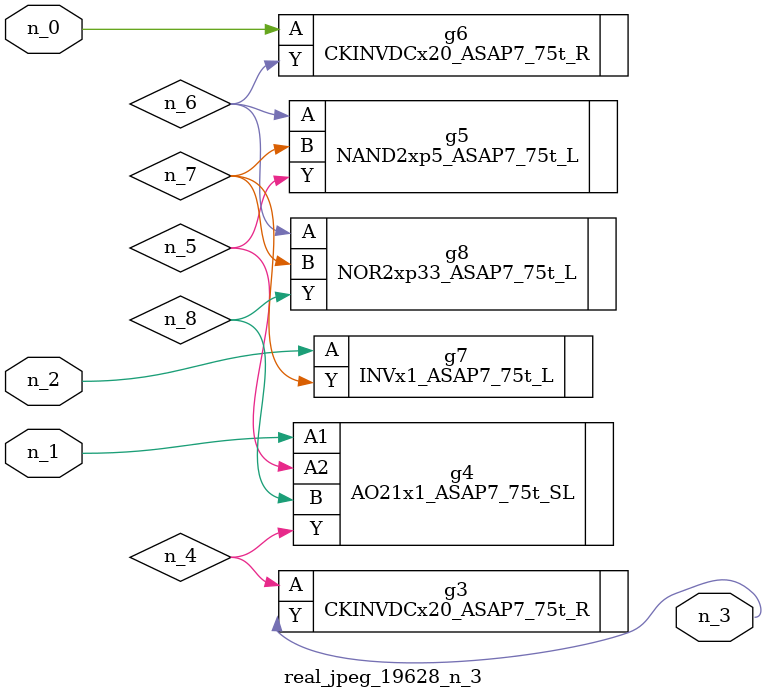
<source format=v>
module real_jpeg_19628_n_3 (n_1, n_0, n_2, n_3);

input n_1;
input n_0;
input n_2;

output n_3;

wire n_5;
wire n_8;
wire n_4;
wire n_6;
wire n_7;

CKINVDCx20_ASAP7_75t_R g6 ( 
.A(n_0),
.Y(n_6)
);

AO21x1_ASAP7_75t_SL g4 ( 
.A1(n_1),
.A2(n_5),
.B(n_8),
.Y(n_4)
);

INVx1_ASAP7_75t_L g7 ( 
.A(n_2),
.Y(n_7)
);

CKINVDCx20_ASAP7_75t_R g3 ( 
.A(n_4),
.Y(n_3)
);

NAND2xp5_ASAP7_75t_L g5 ( 
.A(n_6),
.B(n_7),
.Y(n_5)
);

NOR2xp33_ASAP7_75t_L g8 ( 
.A(n_6),
.B(n_7),
.Y(n_8)
);


endmodule
</source>
